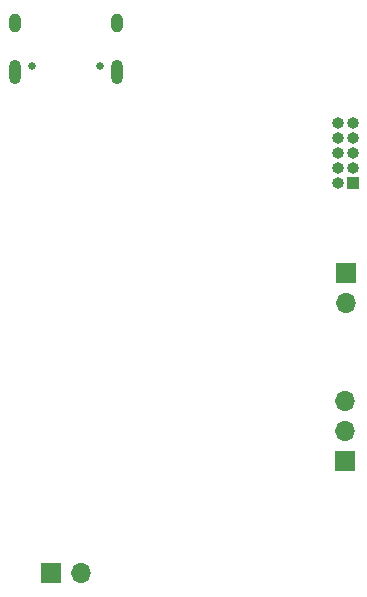
<source format=gbs>
%TF.GenerationSoftware,KiCad,Pcbnew,8.0.2-1*%
%TF.CreationDate,2024-07-15T21:16:38-07:00*%
%TF.ProjectId,TEMP_LOGGER,54454d50-5f4c-44f4-9747-45522e6b6963,rev?*%
%TF.SameCoordinates,Original*%
%TF.FileFunction,Soldermask,Bot*%
%TF.FilePolarity,Negative*%
%FSLAX46Y46*%
G04 Gerber Fmt 4.6, Leading zero omitted, Abs format (unit mm)*
G04 Created by KiCad (PCBNEW 8.0.2-1) date 2024-07-15 21:16:38*
%MOMM*%
%LPD*%
G01*
G04 APERTURE LIST*
%ADD10R,1.700000X1.700000*%
%ADD11O,1.700000X1.700000*%
%ADD12C,0.650000*%
%ADD13O,1.000000X1.600000*%
%ADD14O,1.000000X2.100000*%
%ADD15R,1.000000X1.000000*%
%ADD16O,1.000000X1.000000*%
G04 APERTURE END LIST*
D10*
%TO.C,J3*%
X170675000Y-105250000D03*
D11*
X170675000Y-102710000D03*
X170675000Y-100170000D03*
%TD*%
D12*
%TO.C,J6*%
X149890000Y-71861250D03*
X144110000Y-71861250D03*
D13*
X151318000Y-68211250D03*
D14*
X151318000Y-72391250D03*
X142682000Y-72391250D03*
D13*
X142682000Y-68211250D03*
%TD*%
D15*
%TO.C,J1*%
X171325000Y-81750000D03*
D16*
X170055000Y-81750000D03*
X171325000Y-80480000D03*
X170055000Y-80480000D03*
X171325000Y-79210000D03*
X170055000Y-79210000D03*
X171325000Y-77940000D03*
X170055000Y-77940000D03*
X171325000Y-76670000D03*
X170055000Y-76670000D03*
%TD*%
D10*
%TO.C,J2*%
X145725000Y-114750000D03*
D11*
X148265000Y-114750000D03*
%TD*%
D10*
%TO.C,J5*%
X170725000Y-89400000D03*
D11*
X170725000Y-91940000D03*
%TD*%
M02*

</source>
